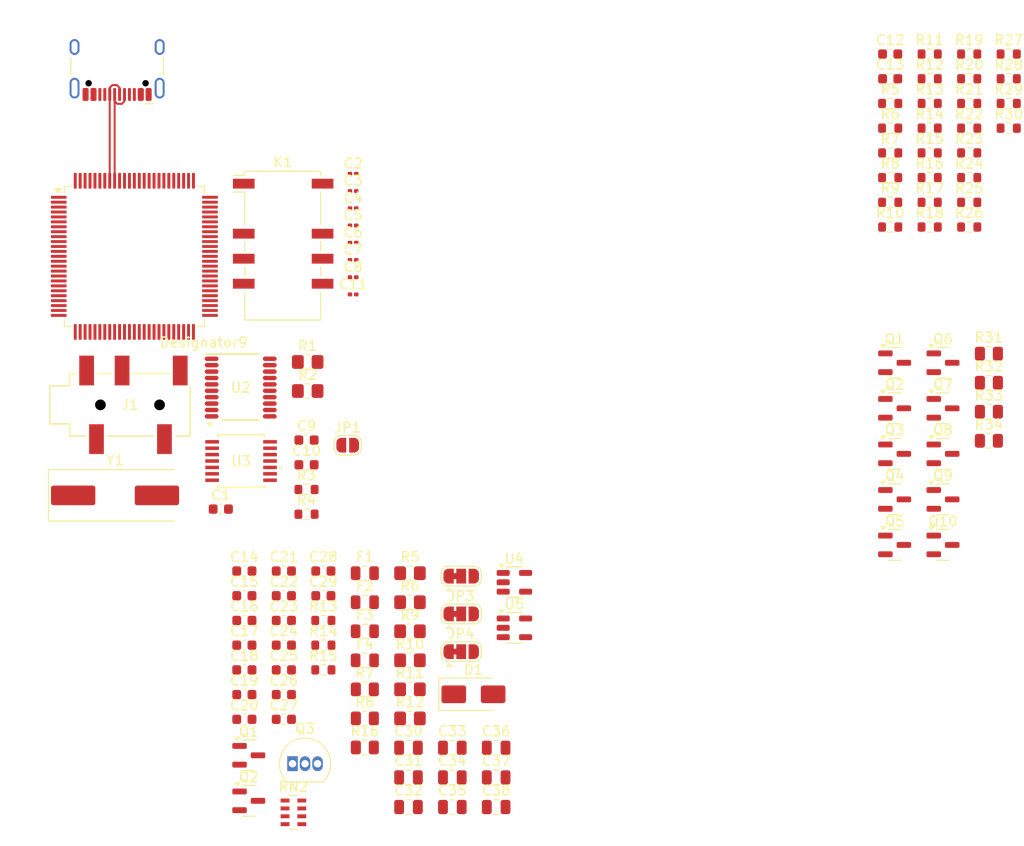
<source format=kicad_pcb>
(kicad_pcb (version 20241229) (generator "pcbnew") (generator_version "9.0")
  (layers (0 "F.Cu" signal) (2 "B.Cu" signal) (13 "F.Paste" user) (15 "B.Paste" user) (5 "F.SilkS" user "F.Silkscreen") (7 "B.SilkS" user "B.Silkscreen") (1 "F.Mask" user) (3 "B.Mask" user) (25 "Edge.Cuts" user))
  (net 0 "")
  (net 1 "Net-(U3-C1N)")
  (net 2 "Net-(U3-C1P)")
  (net 3 "GND")
  (net 4 "VDD")
  (net 5 "Net-(U1-~{RST})")
  (net 6 "Net-(U1-OSC_IN)")
  (net 7 "Net-(U1-OSC_OUT)")
  (net 8 "Net-(P1-C2N)")
  (net 9 "Net-(P1-C2P)")
  (net 10 "Net-(P1-C1N)")
  (net 11 "Net-(P1-C1P)")
  (net 12 "+3.3VDAC")
  (net 13 "Net-(JP1-B)")
  (net 14 "Net-(C16-Pad1)")
  (net 15 "Net-(U3-OUTR)")
  (net 16 "Net-(U3-OUTL)")
  (net 17 "VDDF")
  (net 18 "Net-(C12-Pad1)")
  (net 19 "Net-(C13-Pad1)")
  (net 20 "Net-(U2-LDOO)")
  (net 21 "Net-(U2-CAPM)")
  (net 22 "Net-(U2-OUTL)")
  (net 23 "Net-(U2-OUTR)")
  (net 24 "Net-(J2-CC1)")
  (net 25 "Net-(J2-CC2)")
  (net 29 "Net-(D1-K)")
  (net 42 "Net-(U2-CAPP)")
  (net 43 "Net-(U2-VNEG)")
  (net 46 "Net-(U1-PB6)")
  (net 48 "Net-(U3-PVSS)")
  (net 52 "Net-(P1-VCOMH)")
  (net 56 "Net-(P1-GND-A)")
  (net 58 "Net-(U1-PB7)")
  (net 62 "Net-(P1-VDisplay)")
  (net 67 "Net-(U4-VOUT)")
  (net 76 "+5V")
  (net 94 "Net-(U5-VOUT)")
  (net 95 "VBUS")
  (net 106 "VDDA")
  (net 109 "+5VP")
  (net 110 "Net-(J1-Pad2)")
  (net 111 "Net-(U6A--)")
  (net 112 "Net-(J1-Pad5)")
  (net 113 "Net-(JP2-C)")
  (net 114 "Net-(JP3-C)")
  (net 115 "Net-(JP4-C)")
  (net 116 "Net-(Q3-C)")
  (net 117 "Net-(Q3-B)")
  (net 118 "Net-(U6B--)")
  (net 119 "VDAC_EN")
  (net 120 "VAMP_EN")
  (net 121 "Net-(D1-A)")
  (net 122 "EXP_I2S_LRCLK")
  (net 123 "Net-(U1-PA15)")
  (net 124 "Net-(U1-PB3)")
  (net 125 "EXP_I2S_CLK")
  (net 126 "Net-(U1-PB5)")
  (net 127 "EXP_I2S_SD")
  (net 128 "Net-(D18-A)")
  (net 129 "Net-(D19-A)")
  (net 130 "RELAY_TOGGLE")
  (net 131 "Net-(D100-A)")
  (net 132 "DAC_BCK")
  (net 133 "Net-(D101-A)")
  (net 134 "Net-(RN2-R2.1)")
  (net 135 "Net-(D106-A)")
  (net 136 "Net-(D111-A)")
  (net 137 "Net-(D116-A)")
  (net 138 "Net-(D121-A)")
  (net 139 "Net-(D10-A)")
  (net 140 "Net-(D11-A)")
  (net 141 "Net-(D12-A)")
  (net 142 "Net-(D13-A)")
  (net 143 "Net-(D14-A)")
  (net 144 "Net-(D17-K)")
  (net 145 "Net-(D33-K)")
  (net 146 "Net-(D49-K)")
  (net 147 "Net-(D65-K)")
  (net 148 "Net-(D101-K)")
  (net 149 "Net-(D102-K)")
  (net 150 "Net-(D103-K)")
  (net 151 "Net-(D104-K)")
  (net 152 "Net-(D100-K)")
  (net 154 "Net-(RN2-R3.1)")
  (net 156 "Net-(Q1-G)")
  (net 157 "Net-(Q2-G)")
  (net 158 "Net-(Q3-G)")
  (net 159 "Net-(Q4-G)")
  (net 160 "Net-(Q5-G)")
  (net 161 "Net-(Q6-G)")
  (net 162 "Net-(Q7-G)")
  (net 163 "Net-(Q8-G)")
  (net 164 "Net-(Q9-G)")
  (net 165 "Net-(Q10-G)")
  (net 194 "Net-(U3-INR)")
  (net 195 "Net-(U3-INL)")
  (net 196 "+3.3VA")
  (net 197 "Net-(RN2-R4.1)")
  (net 198 "Net-(RN2-R1.1)")
  (net 199 "DAC_MUTE")
  (net 200 "DAC_LRCLK")
  (net 201 "DAC_DIN")
  (net 202 "I2C_SDA")
  (net 203 "Net-(U1-PE1)")
  (net 204 "I2C_SCL")
  (net 205 "Net-(U1-PE0)")
  (net 206 "AMP_MUTE")
  (footprint "Capacitor_SMD:C_0603_1608Metric" (layer "F.Cu") (at 148.65 156.2)
    (property "Reference" "C19")
    (property "Value" "4.7u")
  )
  (footprint "Capacitor_SMD:C_0201_0603Metric" (layer "F.Cu") (at 159.69 112.06)
    (property "Reference" "C7")
    (property "Value" "0.1u")
  )
  (footprint "Resistor_SMD:R_0805_2012Metric_Pad1.20x1.40mm_HandSolder" (layer "F.Cu") (at 155.08 122.42)
    (property "Reference" "R1")
    (property "Value" "220")
  )
  (footprint "footprints:21-0066J_14_MXM" (layer "F.Cu") (at 148.3174 132.4779)
    (property "Reference" "U3")
    (property "Value" "MAX4410EUD+")
  )
  (footprint "Resistor_SMD:R_0603_1608Metric" (layer "F.Cu") (at 156.67 148.67)
    (property "Reference" "R13")
    (property "Value" "22r")
  )
  (footprint "Fuse:Fuse_0805_2012Metric" (layer "F.Cu") (at 160.88 146.82)
    (property "Reference" "F2")
    (property "Value" "100ma")
  )
  (footprint "footprints:CONN5_PJ-327A0_XKB" (layer "F.Cu") (at 137.0362 126.7752)
    (property "Reference" "J1")
    (property "Value" "PJ-327A0-SMT")
  )
  (footprint "Capacitor_SMD:C_0201_0603Metric" (layer "F.Cu") (at 159.69 108.56)
    (property "Reference" "C5")
    (property "Value" "0.1u")
  )
  (footprint "Capacitor_SMD:C_0603_1608Metric" (layer "F.Cu") (at 152.66 156.2)
    (property "Reference" "C26")
    (property "Value" "0.1u")
  )
  (footprint "Resistor_SMD:R_0603_1608Metric" (layer "F.Cu") (at 218.2125 101.185)
    (property "Reference" "R15")
    (property "Value" "68")
  )
  (footprint "Capacitor_SMD:C_0805_2012Metric" (layer "F.Cu") (at 169.76 161.6)
    (property "Reference" "C33")
    (property "Value" "0.1u")
  )
  (footprint "Resistor_SMD:R_0805_2012Metric" (layer "F.Cu") (at 224.2225 127.475)
    (property "Reference" "R33")
    (property "Value" "10k")
  )
  (footprint "Package_TO_SOT_SMD:SOT-23" (layer "F.Cu") (at 219.5625 122.5)
    (property "Reference" "Q6")
    (property "Value" "AO3400A")
  )
  (footprint "Capacitor_SMD:C_0603_1608Metric" (layer "F.Cu") (at 148.65 153.69)
    (property "Reference" "C18")
    (property "Value" "0.1u")
  )
  (footprint "Package_TO_SOT_SMD:SOT-23" (layer "F.Cu") (at 214.6525 141)
    (property "Reference" "Q5")
    (property "Value" "AO3400A")
  )
  (footprint "Resistor_SMD:R_0603_1608Metric" (layer "F.Cu") (at 218.2125 106.205)
    (property "Reference" "R17")
    (property "Value" "68")
  )
  (footprint "Resistor_SMD:R_0805_2012Metric" (layer "F.Cu") (at 224.2225 130.425)
    (property "Reference" "R34")
    (property "Value" "10k")
  )
  (footprint "Package_TO_SOT_THT:TO-92_Inline" (layer "F.Cu") (at 153.54 163.22)
    (property "Reference" "Q3")
    (property "Value" "S8050")
  )
  (footprint "Package_QFP:LQFP-100_14x14mm_P0.5mm" (layer "F.Cu") (at 137.485 111.69)
    (property "Reference" "U1" (hide yes))
    (property "Value" "CH32V30xVxTx")
  )
  (footprint "Resistor_SMD:R_0805_2012Metric_Pad1.20x1.40mm_HandSolder" (layer "F.Cu") (at 165.46 155.67)
    (property "Reference" "R11")
    (property "Value" "10k")
  )
  (footprint "Capacitor_SMD:C_0603_1608Metric" (layer "F.Cu") (at 148.65 151.18)
    (property "Reference" "C17")
    (property "Value" "0.1u")
  )
  (footprint "Package_TO_SOT_SMD:SOT-23" (layer "F.Cu") (at 214.6525 127.125)
    (property "Reference" "Q2")
    (property "Value" "AO3400A")
  )
  (footprint "Resistor_SMD:R_0603_1608Metric" (layer "F.Cu") (at 222.2225 98.675)
    (property "Reference" "R22")
    (property "Value" "68")
  )
  (footprint "Resistor_SMD:R_0603_1608Metric" (layer "F.Cu") (at 226.2325 93.655)
    (property "Reference" "R28")
    (property "Value" "68")
  )
  (footprint "Package_TO_SOT_SMD:SOT-23-5" (layer "F.Cu") (at 176.06 144.795)
    (property "Reference" "U4")
    (property "Value" "AP2112K-3.3")
  )
  (footprint "Resistor_SMD:R_0603_1608Metric" (layer "F.Cu") (at 156.67 153.69)
    (property "Reference" "R15")
    (property "Value" "22r")
  )
  (footprint "Relay_SMD:Relay_DPDT_Omron_G6S-2F" (layer "F.Cu") (at 152.59 110.66)
    (property "Reference" "K1")
    (property "Value" "G6S-2")
  )
  (footprint "Connector_USB:USB_C_Receptacle_HCTL_HC-TYPE-C-16P-01A" (layer "F.Cu") (at 135.735 91.505 180)
    (property "Reference" "J2" (hide yes))
    (property "Value" "USB_C_Receptacle_USB2.0_16P")
  )
  (footprint "Resistor_SMD:R_0805_2012Metric_Pad1.20x1.40mm_HandSolder" (layer "F.Cu") (at 165.46 143.87)
    (property "Reference" "R5")
    (property "Value" "22k")
  )
  (footprint "Resistor_SMD:R_0603_1608Metric" (layer "F.Cu") (at 222.2225 108.715)
    (property "Reference" "R26")
    (property "Value" "68")
  )
  (footprint "Jumper:SolderJumper-3_P1.3mm_Bridged12_RoundedPad1.0x1.5mm" (layer "F.Cu") (at 170.66 151.84)
    (property "Reference" "JP4")
    (property "Value" "SolderJumper_3_Bridged12")
  )
  (footprint "Package_TO_SOT_SMD:SOT-23" (layer "F.Cu") (at 214.6525 131.75)
    (property "Reference" "Q3")
    (property "Value" "AO3400A")
  )
  (footprint "Capacitor_SMD:C_0603_1608Metric" (layer "F.Cu") (at 152.66 143.65)
    (property "Reference" "C21")
    (property "Value" "0.1u")
  )
  (footprint "Resistor_SMD:R_0805_2012Metric" (layer "F.Cu") (at 224.2225 124.525)
    (property "Reference" "R32")
    (property "Value" "10k")
  )
  (footprint "Capacitor_SMD:C_0603_1608Metric" (layer "F.Cu") (at 152.66 158.71)
    (property "Reference" "C27")
    (property "Value" "0.1u")
  )
  (footprint "Capacitor_SMD:C_0201_0603Metric" (layer "F.Cu") (at 159.69 105.06)
    (property "Reference" "C3")
    (property "Value" "0.1u")
  )
  (footprint "Resistor_SMD:R_Array_Concave_4x0603" (layer "F.Cu") (at 153.63 168.16)
    (property "Reference" "RN2")
    (property "Value" "22")
  )
  (footprint "Capacitor_SMD:C_0201_0603Metric" (layer "F.Cu") (at 159.69 106.81)
    (property "Reference" "C4")
    (property "Value" "0.1u")
  )
  (footprint "Jumper:SolderJumper-2_P1.3mm_Open_RoundedPad1.0x1.5mm" (layer "F.Cu") (at 159.14 130.87)
    (property "Reference" "JP1")
    (property "Value" "Jumper_2_Open")
  )
  (footprint "Resistor_SMD:R_0603_1608Metric" (layer "F.Cu") (at 222.2225 91.145)
    (property "Reference" "R19")
    (property "Value" "68")
  )
  (footprint "Resistor_SMD:R_0603_1608Metric" (layer "F.Cu") (at 218.2125 96.165)
    (property "Reference" "R13")
    (property "Value" "1k")
  )
  (footprint "Capacitor_SMD:C_0805_2012Metric" (layer "F.Cu") (at 174.21 164.61)
    (property "Reference" "C37")
    (property "Value" "4.7u")
  )
  (footprint "Capacitor_SMD:C_0805_2012Metric" (layer "F.Cu") (at 165.31 164.61)
    (property "Reference" "C31")
    (property "Value" "4.7u")
  )
  (footprint "Capacitor_SMD:C_0805_2012Metric" (layer "F.Cu") (at 165.31 167.62)
    (property "Reference" "C32")
    (property "Value" "0.1u")
  )
  (footprint "Resistor_SMD:R_0603_1608Metric" (layer "F.Cu") (at 226.2325 98.675)
    (property "Reference" "R30")
    (property "Value" "68")
  )
  (footprint "Capacitor_SMD:C_0603_1608Metric" (layer "F.Cu") (at 156.67 143.65)
    (property "Reference" "C28")
    (property "Value" "4.7u")
  )
  (footprint "Resistor_SMD:R_0603_1608Metric" (layer "F.Cu") (at 218.2125 91.145)
    (property "Reference" "R11")
    (property "Value" "1k")
  )
  (footprint "footprints:PW0020A_N" (layer "F.Cu") (at 148.28 125.019998)
    (property "Reference" "U2")
    (property "Value" "PCM5102APWR")
  )
  (footprint "Resistor_SMD:R_0603_1608Metric" (layer "F.Cu") (at 226.2325 91.145)
    (property "Reference" "R27")
    (property "Value" "68")
  )
  (footprint "Capacitor_SMD:C_0805_2012Metric" (layer "F.Cu") (at 169.76 164.61)
    (property "Reference" "C34")
    (property "Value" "4.7u")
  )
  (footprint "Capacitor_SMD:C_0603_1608Metric" (layer "F.Cu") (at 152.66 153.69)
    (property "Reference" "C25")
    (property "Value" "4.7u")
  )
  (footprint "Fuse:Fuse_0805_2012Metric" (layer "F.Cu") (at 160.88 149.77)
    (property "Reference" "F3")
    (property "Value" "250ma")
  )
  (footprint "Resistor_SMD:R_0603_1608Metric" (layer "F.Cu") (at 214.2025 106.205)
    (property "Reference" "R9")
    (property "Value" "1k")
  )
  (footprint "Resistor_SMD:R_0603_1608Metric" (layer "F.Cu") (at 222.2225 101.185)
    (property "Reference" "R23")
    (property "Value" "68")
  )
  (footprint "Package_TO_SOT_SMD:SOT-23" (layer "F.Cu") (at 219.5625 136.375)
    (property "Reference" "Q9")
    (property "Value" "AO3400A")
  )
  (footprint "Capacitor_SMD:C_0603_1608Metric" (layer "F.Cu") (at 154.96 132.86)
    (property "Reference" "C10")
    (property "Value" "18p")
  )
  (footprint "Fuse:Fuse_0805_2012Metric" (layer "F.Cu") (at 160.88 152.72)
    (property "Reference" "F4")
    (property "Value" "250ma")
  )
  (footprint "Jumper:SolderJumper-3_P1.3mm_Bridged12_RoundedPad1.0x1.5mm" (layer "F.Cu") (at 170.66 144.17)
    (property "Reference" "JP2" (hide yes))
    (property "Value" "SolderJumper_3_Bridged12")
  )
  (footprint "Resistor_SMD:R_0603_1608Metric" (layer "F.Cu") (at 222.2225 106.205)
    (property "Reference" "R25")
    (property "Value" "68")
  )
  (footprint "Resistor_SMD:R_0805_2012Metric_Pad1.20x1.40mm_HandSolder" (layer "F.Cu") (at 165.46 149.77)
    (property "Reference" "R9")
    (property "Value" "1k")
  )
  (footprint "Resistor_SMD:R_0603_1608Metric" (layer "F.Cu") (at 156.67 151.18)
    (property "Reference" "R14")
    (property "Value" "22r")
  )
  (footprint "Capacitor_SMD:C_0603_1608Metric" (layer "F.Cu") (at 152.66 151.18)
    (property "Reference" "C24")
    (property "Value" "4.7u")
  )
  (footprint "Capacitor_SMD:C_0805_2012Metric" (layer "F.Cu") (at 169.76 167.62)
    (property "Reference" "C35")
    (property "Value" "0.1u")
  )
  (footprint "Resistor_SMD:R_0805_2012Metric_Pad1.20x1.40mm_HandSolder" (layer "F.Cu") (at 165.46 158.62)
    (property "Reference" "R12")
    (property "Value" "10k")
  )
  (footprint "Capacitor_SMD:C_0603_1608Metric" (layer "F.Cu") (at 156.67 146.16)
    (property "Reference" "C29")
    (property "Value" "4.7u")
  )
  (footprint "Resistor_SMD:R_0603_1608Metric" (layer "F.Cu") (at 218.2125 98.675)
    (property "Reference" "R14")
    (property "Value" "1k")
  )
  (footprint "Jumper:SolderJumper-3_P1.3mm_Bridged12_RoundedPad1.0x1.5mm" (layer "F.Cu") (at 170.66 148.005)
    (property "Reference" "JP3")
    (property "Value" "SolderJumper_3_Bridged12")
  )
  (footprint "Capacitor_SMD:C_0201_0603Metric" (layer "F.Cu") (at 159.69 103.31)
    (property "Reference" "C2")
    (property "Value" "0.1u")
  )
  (footprint "Package_TO_SOT_SMD:SOT-23" (layer "F.Cu") (at 149.1 166.99)
    (property "Reference" "Q2")
    (property "Value" "AO3401A")
  )
  (footprint "Capacitor_SMD:C_0805_2012Metric" (layer "F.Cu") (at 165.31 161.6)
    (property "Reference" "C30")
    (property "Value" "4.7u")
  )
  (footprint "Resistor_SMD:R_0603_1608Metric" (layer "F.Cu") (at 214.2025 96.165)
    (property "Reference" "R5")
    (property "Value" "1k")
  )
  (footprint "Capacitor_SMD:C_0603_1608Metric" (layer "F.Cu") (at 214.2025 91.145)
    (property "Reference" "C12")
    (property "Value" "6n8")
  )
  (footprint "Package_TO_SOT_SMD:SOT-23-5" (layer "F.Cu") (at 176.06 149.42)
    (property "Reference" "U5")
    (property "Value" "AP2112K-3.3")
  )
  (footprint "Crystal:Crystal_SMD_HC49-SD" (layer "F.Cu") (at 135.525 135.97)
    (property "Reference" "Y1")
    (property "Value" "8M")
  )
  (footprint "Resistor_SMD:R_0805_2012Metric" (layer "F.Cu") (at 224.2225 121.575)
    (property "Reference" "R31")
    (property "Value" "10k")
  )
  (footprint "Capacitor_SMD:C_0603_1608Metric" (layer "F.Cu") (at 148.65 148.67)
    (property "Reference" "C16")
    (property "Value" "0.1u")
  )
  (footprint "Resistor_SMD:R_0603_1608Metric" (layer "F.Cu") (at 154.96 135.37)
    (property "Reference" "R3")
    (property "Value" "5k1")
  )
  (footprint "Resistor_SMD:R_0805_2012Metric" (layer "F.Cu") (at 160.88 161.57)
    (property "Reference" "R16")
    (property "Value" "1k")
  )
  (footprint "Package_TO_SOT_SMD:SOT-23" (layer "F.Cu") (at 219.5625 131.75)
    (property "Reference" "Q8")
    (property "Value" "AO3400A")
  )
  (footprint "Resistor_SMD:R_0603_1608Metric" (layer "F.Cu") (at 222.2225 96.165)
    (property "Reference" "R21")
    (property "Value" "68")
  )
  (footprint "Resistor_SMD:R_0603_1608Metric" (layer "F.Cu") (at 214.2025 103.695)
    (property "Reference" "R8")
    (property "Value" "1k")
  )
  (footprint "Resistor_SMD:R_0603_1608Metric" (layer "F.Cu") (at 218.2125 108.715)
    (property "Reference" "R18")
    (property "Value" "68")
  )
  (footprint "Package_TO_SOT_SMD:SOT-23" (layer "F.Cu") (at 214.6525 136.375)
    (property "Reference" "Q4")
    (property "Value" "AO3400A")
  )
  (footprint "Capacitor_SMD:C_0805_2012Metric" (layer "F.Cu") (at 174.21 167.62)
    (property "Reference" "C38")
    (property "Value" "0.1u")
  )
  (footprint "Capacitor_SMD:C_0201_0603Metric" (layer "F.Cu") (at 159.69 115.56)
    (property "Reference" "C11")
    (property "Value" "0.1u")
  )
  (footprint "Capacitor_SMD:C_0603_1608Metric" (layer "F.Cu") (at 148.65 146.16)
    (property "Reference" "C15")
    (property "Value" "1u")
  )
  (footprint "Capacitor_SMD:C_0603_1608Metric" (layer "F.Cu") (at 152.66 146.16)
    (property "Reference" "C22")
    (property "Value" "2.2u")
  )
  (footprint "Resistor_SMD:R_0603_1608Metric" (layer "F.Cu") (at 214.2025 101.185)
    (property "Reference" "R7")
    (property "Value" "1k")
  )
  (footprint "Resistor_SMD:R_0603_1608Metric" (layer "F.Cu") (at 218.2125 103.695)
    (property "Reference" "R16")
    (property "Value" "68")
  )
  (footprint "Resistor_SMD:R_0805_2012Metric_Pad1.20x1.40mm_HandSolder" (layer "F.Cu") (at 155.08 125.37)
    (property "Reference" "R2")
    (property "Value" "220")
  )
  (footprint "Resistor_SMD:R_0805_2012Metric" (layer "F.Cu") (at 160.88 155.67)
    (property "Reference" "R7")
    (property "Value" "10k")
  )
  (footprint "Resistor_SMD:R_0805_2012Metric_Pad1.20x1.40mm_HandSolder" (layer "F.Cu") (at 165.46 146.82)
    (property "Reference" "R6")
    (property "Value" "22k")
  )
  (footprint "Capacitor_SMD:C_0603_1608Metric" (layer "F.Cu") (at 148.65 158.71)
    (property "Reference" "C20")
    (property "Value" "4.7u")
  )
  (footprint "Capacitor_SMD:C_0201_0603Metric" (layer "F.Cu") (at 159.69 110.31)
    (property "Reference" "C6")
    (property "Value" "0.1u")
  )
  (footprint "Package_TO_SOT_SMD:SOT-23" (layer "F.Cu") (at 219.5625 141)
    (property "Reference" "Q10")
    (property "Value" "AO3400A")
  )
  (footprint "Capacitor_SMD:C_0603_1608Metric" (layer "F.Cu") (at 146.26 137.36)
    (property "Reference" "C1")
    (property "Value" "2.2u")
  )
  (footprint "Capacitor_SMD:C_0603_1608Metric" (layer "F.Cu") (at 154.96 130.35)
    (property "Reference" "C9")
    (property "Value" "18p")
  )
  (footprint "Resistor_SMD:R_0603_1608Metric" (layer "F.Cu") (at 214.2025 108.715)
    (property "Reference" "R10")
    (property "Value" "1k")
  )
  (footprint "Package_TO_SOT_SMD:SOT-23" (layer "F.Cu") (at 149.1 162.365)
    (property "Reference" "Q1")
    (property "Value" "AO3401A")
  )
  (footprint "Resistor_SMD:R_0805_2012Metric_Pad1.20x1.40mm_HandSolder" (layer "F.Cu") (at 165.46 152.72)
    (property "Reference" "R10")
    (property "Value" "1k")
  )
  (footprint "Fuse:Fuse_0805_2012Metric" (layer "F.Cu") (at 160.88 143.87)
    (property "Reference" "F1")
    (property "Value" "200ma")
  )
  (footprint "Capacitor_SMD:C_0201_0603Metric" (layer "F.Cu") (at 159.69 113.81)
    (property "Reference" "C8")
    (property "Value" "0.1u")
  )
  (footprint "Resistor_SMD:R_0603_1608Metric" (layer "F.Cu") (at 226.2325 96.165)
    (property "Reference" "R29")
    (property "Value" "68")
  )
  (footprint "Capacitor_SMD:C_0805_2012Metric" (layer "F.Cu") (at 174.21 161.6)
    (property "Reference" "C36")
    (property "Value" "4.7u")
  )
  (footprint "Resistor_SMD:R_0603_1608Metric" (layer "F.Cu") (at 222.2225 93.655)
    (property "Reference" "R20")
    (property "Value" "68")
  )
  (footprint "Resistor_SMD:R_0603_1608Metric" (layer "F.Cu") (at 154.96 137.88)
    (property "Reference" "R4")
    (property "Value" "5k1")
  )
  (footprint "Package_TO_SOT_SMD:SOT-23" (layer "F.Cu") (at 219.5625 127.125)
    (property "Reference" "Q7")
    (property "Value" "AO3400A")
  )
  (footprint "Capacitor_SMD:C_0603_1608Metric" (layer "F.Cu") (at 148.65 143.65)
    (property "Reference" "C14")
    (property "Value" "1u")
  )
  (footprint "Resistor_SMD:R_0805_2012Metric" (layer "F.Cu") (at 160.88 158.62)
    (property "Reference" "R8")
    (property "Value" "100k")
  )
  (footprint "Resistor_SMD:R_0603_1608Metric" (layer "F.Cu") (at 218.2125 93.655)
    (property "Reference" "R12")
    (property "Value" "1k")
  )
  (footprint "Resistor_SMD:R_0603_1608Metric" (layer "F.Cu") (at 222.2225 103.695)
    (property "Reference" "R24")
    (property "Value" "68")
  )
  (footprint "Package_TO_SOT_SMD:SOT-23" (layer "F.Cu") (at 214.6525 122.5)
    (property "Reference" "Q1")
    (property "Value" "AO3400A")
  )
  (footprint "Capacitor_SMD:C_0603_1608Metric" (layer "F.Cu") (at 152.66 148.67)
    (property "Reference" "C23")
    (property "Value" "4.7u")
  )
  (footprint "Diode_SMD:D_SMA" (layer "F.Cu") (at 171.905 156.17)
    (property "Reference" "D1")
    (property "Value" "SS34")
  )
  (footprint "Resistor_SMD:R_0603_1608Metric" (layer "F.Cu") (at 214.2025 98.675)
    (property "Reference" "R6")
    (property "Value" "1k")
  )
  (footprint "Capacitor_SMD:C_0603_1608Metric" (layer "F.Cu") (at 214.2025 93.655)
    (property "Reference" "C13")
    (property "Value" "6n8")
  )
  (segment (start 135.485 95.25) (end 135.485 95.933824) (width 0.2) (layer "F.Cu") (net 46))
  (segment (start 136.217824 96.201) (end 136.485 95.933824) (width 0.2) (layer "F.Cu") (net 46))
  (segment (start 135.485 95.933824) (end 135.752176 96.201) (width 0.2) (layer "F.Cu") (net 46))
  (segment (start 135.485 104.015) (end 135.485 95.25) (width 0.2) (layer "F.Cu") (net 46))
  (segment (start 136.485 95.933824) (end 136.485 95.25) (width 0.2) (layer "F.Cu") (net 46))
  (segment (start 135.752176 96.201) (end 136.217824 96.201) (width 0.2) (layer "F.Cu") (net 46))
  (segment (start 135.252176 94.299) (end 135.717824 94.299) (width 0.2) (layer "F.Cu") (net 58))
  (segment (start 135.717824 94.299) (end 135.985 94.566176) (width 0.2) (layer "F.Cu") (net 58))
  (segment (start 134.985 95.25) (end 134.985 104.015) (width 0.2) (layer "F.Cu") (net 58))
  (segment (start 135.985 94.566176) (end 135.985 95.25) (width 0.2) (layer "F.Cu") (net 58))
  (segment (start 134.985 94.566176) (end 135.252176 94.299) (width 0.2) (layer "F.Cu") (net 58))
  (segment (start 134.985 95.25) (end 134.985 94.566176) (width 0.2) (layer "F.Cu") (net 58))
)
</source>
